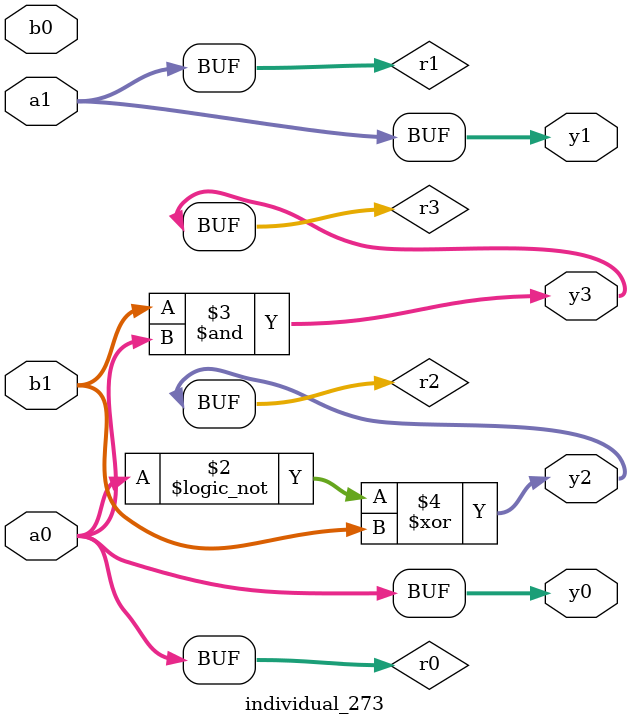
<source format=sv>
module individual_273(input logic [15:0] a1, input logic [15:0] a0, input logic [15:0] b1, input logic [15:0] b0, output logic [15:0] y3, output logic [15:0] y2, output logic [15:0] y1, output logic [15:0] y0);
logic [15:0] r0, r1, r2, r3; 
 always@(*) begin 
	 r0 = a0; r1 = a1; r2 = b0; r3 = b1; 
 	 r2 = ! r0 ;
 	 r3  &=  a0 ;
 	 r2  ^=  b1 ;
 	 y3 = r3; y2 = r2; y1 = r1; y0 = r0; 
end
endmodule
</source>
